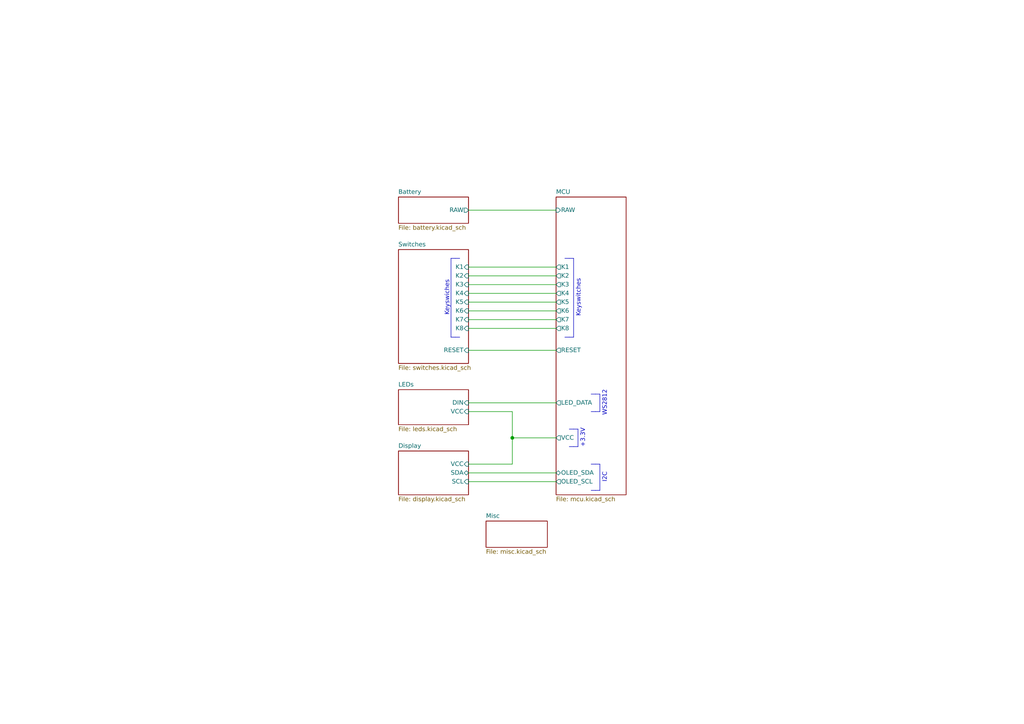
<source format=kicad_sch>
(kicad_sch
	(version 20231120)
	(generator "eeschema")
	(generator_version "8.0")
	(uuid "89376df8-7326-47b3-8c32-8cecf0dd9993")
	(paper "A4")
	(title_block
		(title "Artsey Ergo")
		(date "2024-12-04")
		(rev "v1.0.0")
		(company "TMShader")
		(comment 9 "Artsey Ergo")
	)
	(lib_symbols)
	(junction
		(at 148.59 127)
		(diameter 0)
		(color 0 0 0 0)
		(uuid "89ca65e4-0449-47e6-aaca-221951d161f3")
	)
	(polyline
		(pts
			(xy 165.1 74.93) (xy 163.83 74.93)
		)
		(stroke
			(width 0)
			(type default)
		)
		(uuid "03932bd7-bd99-4e14-8ca5-5a5c6a037976")
	)
	(wire
		(pts
			(xy 148.59 119.38) (xy 148.59 127)
		)
		(stroke
			(width 0)
			(type default)
		)
		(uuid "095a7f6d-8936-4093-b87e-3fa2639bc4d7")
	)
	(polyline
		(pts
			(xy 173.99 134.62) (xy 172.72 134.62)
		)
		(stroke
			(width 0)
			(type default)
		)
		(uuid "0f3db262-61ab-48cc-a9aa-d793696cd89c")
	)
	(polyline
		(pts
			(xy 172.72 142.24) (xy 171.45 142.24)
		)
		(stroke
			(width 0)
			(type default)
		)
		(uuid "266f7076-0dff-4104-b28a-f6c5096963bc")
	)
	(polyline
		(pts
			(xy 166.37 74.93) (xy 165.1 74.93)
		)
		(stroke
			(width 0)
			(type default)
		)
		(uuid "2c4a38d2-11ee-4d48-8755-d0a0954aa163")
	)
	(wire
		(pts
			(xy 135.89 95.25) (xy 161.29 95.25)
		)
		(stroke
			(width 0)
			(type default)
		)
		(uuid "2eaae516-dde2-424d-8b5c-565d07bb5be5")
	)
	(wire
		(pts
			(xy 135.89 92.71) (xy 161.29 92.71)
		)
		(stroke
			(width 0)
			(type default)
		)
		(uuid "2f4209b9-32de-4321-9d07-e908b66b2b51")
	)
	(polyline
		(pts
			(xy 173.99 119.38) (xy 172.72 119.38)
		)
		(stroke
			(width 0)
			(type default)
		)
		(uuid "32dc25c2-25aa-4846-82eb-6d4538b132cc")
	)
	(polyline
		(pts
			(xy 167.64 124.46) (xy 167.64 129.54)
		)
		(stroke
			(width 0)
			(type default)
		)
		(uuid "3b7198a5-3167-44e0-ae58-0460529d65e6")
	)
	(wire
		(pts
			(xy 148.59 127) (xy 161.29 127)
		)
		(stroke
			(width 0)
			(type default)
		)
		(uuid "3e212b60-b3a1-4022-9d89-4b9a22caabbf")
	)
	(polyline
		(pts
			(xy 172.72 119.38) (xy 171.45 119.38)
		)
		(stroke
			(width 0)
			(type default)
		)
		(uuid "42fb2ca6-5b24-4ffe-862a-5e46caeb16a2")
	)
	(polyline
		(pts
			(xy 173.99 114.3) (xy 172.72 114.3)
		)
		(stroke
			(width 0)
			(type default)
		)
		(uuid "446407ae-a7c6-4e10-8eef-1b2e9d467a86")
	)
	(wire
		(pts
			(xy 135.89 60.96) (xy 161.29 60.96)
		)
		(stroke
			(width 0)
			(type default)
		)
		(uuid "49bece6a-a31b-48f7-b451-f19ddaa270ee")
	)
	(polyline
		(pts
			(xy 132.08 74.93) (xy 133.35 74.93)
		)
		(stroke
			(width 0)
			(type default)
		)
		(uuid "4e814e0b-f882-4985-b4ce-17bab90afa01")
	)
	(polyline
		(pts
			(xy 132.08 97.79) (xy 133.35 97.79)
		)
		(stroke
			(width 0)
			(type default)
		)
		(uuid "5766dadb-60c6-4418-8c42-8f72396af9e5")
	)
	(polyline
		(pts
			(xy 172.72 114.3) (xy 171.45 114.3)
		)
		(stroke
			(width 0)
			(type default)
		)
		(uuid "5a115678-5fbe-4f57-a008-1bac8d7d3045")
	)
	(polyline
		(pts
			(xy 130.81 97.79) (xy 132.08 97.79)
		)
		(stroke
			(width 0)
			(type default)
		)
		(uuid "653dc39d-e714-4654-a78e-7011cf7b72ff")
	)
	(polyline
		(pts
			(xy 167.64 129.54) (xy 166.37 129.54)
		)
		(stroke
			(width 0)
			(type default)
		)
		(uuid "690dd3cc-0fc4-423d-bc6a-04f1ab4c3cdd")
	)
	(polyline
		(pts
			(xy 130.81 74.93) (xy 130.81 97.79)
		)
		(stroke
			(width 0)
			(type default)
		)
		(uuid "6f7692b6-1477-4bbc-8dd3-66e46516ac22")
	)
	(polyline
		(pts
			(xy 166.37 74.93) (xy 166.37 97.79)
		)
		(stroke
			(width 0)
			(type default)
		)
		(uuid "768bd073-89bc-42bf-b728-00492ccc10d7")
	)
	(wire
		(pts
			(xy 135.89 85.09) (xy 161.29 85.09)
		)
		(stroke
			(width 0)
			(type default)
		)
		(uuid "776027f2-081c-4c41-a7f9-2620debaa969")
	)
	(wire
		(pts
			(xy 135.89 137.16) (xy 161.29 137.16)
		)
		(stroke
			(width 0)
			(type default)
		)
		(uuid "778ccff2-978f-4180-8c9d-8e5465320d9d")
	)
	(polyline
		(pts
			(xy 173.99 142.24) (xy 172.72 142.24)
		)
		(stroke
			(width 0)
			(type default)
		)
		(uuid "80cd960c-1b82-47f3-995f-0be2c468937a")
	)
	(wire
		(pts
			(xy 135.89 134.62) (xy 148.59 134.62)
		)
		(stroke
			(width 0)
			(type default)
		)
		(uuid "8b7ee7ed-3e60-4753-badf-e0a4d14a1f1e")
	)
	(polyline
		(pts
			(xy 165.1 97.79) (xy 163.83 97.79)
		)
		(stroke
			(width 0)
			(type default)
		)
		(uuid "9678ba87-4b53-49fe-ac43-f2d7c75b6106")
	)
	(polyline
		(pts
			(xy 173.99 114.3) (xy 173.99 119.38)
		)
		(stroke
			(width 0)
			(type default)
		)
		(uuid "96d0c0a9-fb7c-4ed2-bb5d-4e3832035349")
	)
	(wire
		(pts
			(xy 135.89 101.6) (xy 161.29 101.6)
		)
		(stroke
			(width 0)
			(type default)
		)
		(uuid "9f6fabba-b100-4a11-9a9a-c71a81b6fb3b")
	)
	(polyline
		(pts
			(xy 167.64 124.46) (xy 166.37 124.46)
		)
		(stroke
			(width 0)
			(type default)
		)
		(uuid "a39be659-02d7-4cc0-8aec-3678b3ebe50c")
	)
	(polyline
		(pts
			(xy 166.37 129.54) (xy 165.1 129.54)
		)
		(stroke
			(width 0)
			(type default)
		)
		(uuid "a6802836-52a3-405b-bec5-f22c76a889d4")
	)
	(wire
		(pts
			(xy 135.89 87.63) (xy 161.29 87.63)
		)
		(stroke
			(width 0)
			(type default)
		)
		(uuid "b7c887da-f358-478f-b2aa-abf823f060f0")
	)
	(polyline
		(pts
			(xy 130.81 74.93) (xy 132.08 74.93)
		)
		(stroke
			(width 0)
			(type default)
		)
		(uuid "be5fda4e-e44d-4687-b051-9bb82e71885d")
	)
	(wire
		(pts
			(xy 135.89 82.55) (xy 161.29 82.55)
		)
		(stroke
			(width 0)
			(type default)
		)
		(uuid "bef4ebf2-b2ff-4bdf-88e8-51b352f414c3")
	)
	(wire
		(pts
			(xy 135.89 119.38) (xy 148.59 119.38)
		)
		(stroke
			(width 0)
			(type default)
		)
		(uuid "c36435cc-f6ec-401b-91b1-b10b8fa852b4")
	)
	(wire
		(pts
			(xy 135.89 80.01) (xy 161.29 80.01)
		)
		(stroke
			(width 0)
			(type default)
		)
		(uuid "c4d1561b-47fe-41f8-a859-27ed43ce0150")
	)
	(wire
		(pts
			(xy 135.89 77.47) (xy 161.29 77.47)
		)
		(stroke
			(width 0)
			(type default)
		)
		(uuid "cdf458bb-9792-40ee-ba87-64eb62106e5a")
	)
	(polyline
		(pts
			(xy 166.37 97.79) (xy 165.1 97.79)
		)
		(stroke
			(width 0)
			(type default)
		)
		(uuid "d131f21a-7b59-4764-bb21-d676401d2c2b")
	)
	(wire
		(pts
			(xy 135.89 139.7) (xy 161.29 139.7)
		)
		(stroke
			(width 0)
			(type default)
		)
		(uuid "d2bd9611-2029-4901-9286-2ad2774d79fb")
	)
	(polyline
		(pts
			(xy 172.72 134.62) (xy 171.45 134.62)
		)
		(stroke
			(width 0)
			(type default)
		)
		(uuid "d7eaa2ef-d39e-4f7e-99d5-4b42e62a9230")
	)
	(wire
		(pts
			(xy 148.59 134.62) (xy 148.59 127)
		)
		(stroke
			(width 0)
			(type default)
		)
		(uuid "daa31a69-6304-43fb-b827-039b6bbb9994")
	)
	(wire
		(pts
			(xy 135.89 90.17) (xy 161.29 90.17)
		)
		(stroke
			(width 0)
			(type default)
		)
		(uuid "dbb84c9d-3630-4740-8969-e7669c9b8e76")
	)
	(wire
		(pts
			(xy 135.89 116.84) (xy 161.29 116.84)
		)
		(stroke
			(width 0)
			(type default)
		)
		(uuid "f28d9c10-283c-443e-b5fa-83fde22aa137")
	)
	(polyline
		(pts
			(xy 166.37 124.46) (xy 165.1 124.46)
		)
		(stroke
			(width 0)
			(type default)
		)
		(uuid "fbf36a4a-eae6-4709-81a0-6a83e40abf52")
	)
	(polyline
		(pts
			(xy 173.99 134.62) (xy 173.99 142.24)
		)
		(stroke
			(width 0)
			(type default)
		)
		(uuid "fc95f0b6-d37c-4b5a-aa13-f99e661dd232")
	)
	(text "I2C"
		(exclude_from_sim no)
		(at 176.53 138.43 90)
		(effects
			(font
				(face "Lexend")
				(size 1.27 1.27)
			)
			(justify bottom)
		)
		(uuid "153c0ea6-dcca-461c-98dd-34db40eb1575")
	)
	(text "Keyswiches"
		(exclude_from_sim no)
		(at 130.81 86.36 90)
		(effects
			(font
				(face "Lexend")
				(size 1.27 1.27)
			)
			(justify bottom)
		)
		(uuid "16465c94-d46d-4b4d-b411-a5e365d32be5")
	)
	(text "+3.3V"
		(exclude_from_sim no)
		(at 170.18 127 90)
		(effects
			(font
				(face "Lexend")
				(size 1.27 1.27)
			)
			(justify bottom)
		)
		(uuid "4b1a3194-8120-4032-93c2-74058673d7d0")
	)
	(text "${SHEETNAME}\n"
		(exclude_from_sim no)
		(at 19.05 25.4 0)
		(effects
			(font
				(face "Lexend")
				(size 8 8)
				(thickness 1.6256)
				(bold yes)
			)
			(justify left top)
		)
		(uuid "8e787b5e-c83a-46b7-80d9-6f889b26c7f5")
	)
	(text "Keyswitches"
		(exclude_from_sim no)
		(at 168.91 86.36 90)
		(effects
			(font
				(face "Lexend")
				(size 1.27 1.27)
			)
			(justify bottom)
		)
		(uuid "b99c80c6-fc43-4261-a5ed-f50cec0c91ce")
	)
	(text "WS2812"
		(exclude_from_sim no)
		(at 176.53 116.84 90)
		(effects
			(font
				(face "Lexend")
				(size 1.27 1.27)
			)
			(justify bottom)
		)
		(uuid "d56c6257-b45c-4511-ba32-db527ba685ce")
	)
	(sheet
		(at 115.57 57.15)
		(size 20.32 7.62)
		(fields_autoplaced yes)
		(stroke
			(width 0.1524)
			(type solid)
		)
		(fill
			(color 0 0 0 0.0000)
		)
		(uuid "1d3fe100-7dfe-4337-8483-091e1ba524f3")
		(property "Sheetname" "Battery"
			(at 115.57 56.4384 0)
			(effects
				(font
					(face "Lexend")
					(size 1.27 1.27)
				)
				(justify left bottom)
			)
		)
		(property "Sheetfile" "battery.kicad_sch"
			(at 115.57 65.3546 0)
			(effects
				(font
					(face "Lexend")
					(size 1.27 1.27)
				)
				(justify left top)
			)
		)
		(pin "RAW" output
			(at 135.89 60.96 0)
			(effects
				(font
					(face "Lexend")
					(size 1.27 1.27)
				)
				(justify right)
			)
			(uuid "ecf15ee7-3175-470d-9f70-9e193b70e43c")
		)
		(instances
			(project "artsey_ergo"
				(path "/b0cc1372-dd77-4c7b-80f4-446de8540008/24081743-b7db-4273-9c5a-be72845f7f51"
					(page "3")
				)
			)
		)
	)
	(sheet
		(at 140.97 151.13)
		(size 17.78 7.62)
		(fields_autoplaced yes)
		(stroke
			(width 0.1524)
			(type solid)
		)
		(fill
			(color 0 0 0 0.0000)
		)
		(uuid "71a11289-8d29-4ddc-b2f7-16a8f56cf1f2")
		(property "Sheetname" "Misc"
			(at 140.97 150.4184 0)
			(effects
				(font
					(face "Lexend")
					(size 1.27 1.27)
				)
				(justify left bottom)
			)
		)
		(property "Sheetfile" "misc.kicad_sch"
			(at 140.97 159.3346 0)
			(effects
				(font
					(face "Lexend")
					(size 1.27 1.27)
				)
				(justify left top)
			)
		)
		(instances
			(project "artsey_ergo"
				(path "/b0cc1372-dd77-4c7b-80f4-446de8540008/24081743-b7db-4273-9c5a-be72845f7f51"
					(page "8")
				)
			)
		)
	)
	(sheet
		(at 115.57 113.03)
		(size 20.32 10.16)
		(fields_autoplaced yes)
		(stroke
			(width 0.1524)
			(type solid)
		)
		(fill
			(color 0 0 0 0.0000)
		)
		(uuid "925a3d53-3eb0-4060-9a91-943b67195805")
		(property "Sheetname" "LEDs"
			(at 115.57 112.3184 0)
			(effects
				(font
					(face "Lexend")
					(size 1.27 1.27)
				)
				(justify left bottom)
			)
		)
		(property "Sheetfile" "leds.kicad_sch"
			(at 115.57 123.7746 0)
			(effects
				(font
					(face "Lexend")
					(size 1.27 1.27)
				)
				(justify left top)
			)
		)
		(pin "DIN" input
			(at 135.89 116.84 0)
			(effects
				(font
					(face "Lexend")
					(size 1.27 1.27)
				)
				(justify right)
			)
			(uuid "9f93304b-bc4d-443c-8f68-6905d01bfc11")
		)
		(pin "VCC" input
			(at 135.89 119.38 0)
			(effects
				(font
					(face "Lexend")
					(size 1.27 1.27)
				)
				(justify right)
			)
			(uuid "a0028a93-9afd-4828-9a32-571f5689925e")
		)
		(instances
			(project "artsey_ergo"
				(path "/b0cc1372-dd77-4c7b-80f4-446de8540008/24081743-b7db-4273-9c5a-be72845f7f51"
					(page "5")
				)
			)
		)
	)
	(sheet
		(at 115.57 130.81)
		(size 20.32 12.7)
		(fields_autoplaced yes)
		(stroke
			(width 0.1524)
			(type solid)
		)
		(fill
			(color 0 0 0 0.0000)
		)
		(uuid "99e6e873-2591-4ee0-b907-9b8dc0ee8494")
		(property "Sheetname" "Display"
			(at 115.57 130.0984 0)
			(effects
				(font
					(face "Lexend")
					(size 1.27 1.27)
				)
				(justify left bottom)
			)
		)
		(property "Sheetfile" "display.kicad_sch"
			(at 115.57 144.0946 0)
			(effects
				(font
					(face "Lexend")
					(size 1.27 1.27)
				)
				(justify left top)
			)
		)
		(pin "VCC" input
			(at 135.89 134.62 0)
			(effects
				(font
					(face "Lexend")
					(size 1.27 1.27)
				)
				(justify right)
			)
			(uuid "e55e723e-99a4-406f-92b0-5759dde08816")
		)
		(pin "SDA" bidirectional
			(at 135.89 137.16 0)
			(effects
				(font
					(face "Lexend")
					(size 1.27 1.27)
				)
				(justify right)
			)
			(uuid "62f6b66a-73e5-490f-8567-1b909146b68a")
		)
		(pin "SCL" input
			(at 135.89 139.7 0)
			(effects
				(font
					(face "Lexend")
					(size 1.27 1.27)
				)
				(justify right)
			)
			(uuid "2030712d-5611-4e58-b6e3-d24afc510fa9")
		)
		(instances
			(project "artsey_ergo"
				(path "/b0cc1372-dd77-4c7b-80f4-446de8540008/24081743-b7db-4273-9c5a-be72845f7f51"
					(page "6")
				)
			)
		)
	)
	(sheet
		(at 161.29 57.15)
		(size 20.32 86.36)
		(fields_autoplaced yes)
		(stroke
			(width 0.1524)
			(type solid)
		)
		(fill
			(color 0 0 0 0.0000)
		)
		(uuid "e3ea4abc-fddf-491c-af63-d0d1ff1c6129")
		(property "Sheetname" "MCU"
			(at 161.29 56.4384 0)
			(effects
				(font
					(face "Lexend")
					(size 1.27 1.27)
				)
				(justify left bottom)
			)
		)
		(property "Sheetfile" "mcu.kicad_sch"
			(at 161.29 144.0946 0)
			(effects
				(font
					(face "Lexend")
					(size 1.27 1.27)
				)
				(justify left top)
			)
		)
		(pin "OLED_SDA" bidirectional
			(at 161.29 137.16 180)
			(effects
				(font
					(face "Lexend")
					(size 1.27 1.27)
				)
				(justify left)
			)
			(uuid "752aed64-3b49-469d-9040-05f72e52aafd")
		)
		(pin "OLED_SCL" output
			(at 161.29 139.7 180)
			(effects
				(font
					(face "Lexend")
					(size 1.27 1.27)
				)
				(justify left)
			)
			(uuid "d7112f0a-21bf-4fe2-91fa-5c87eb056b1f")
		)
		(pin "RAW" input
			(at 161.29 60.96 180)
			(effects
				(font
					(face "Lexend")
					(size 1.27 1.27)
				)
				(justify left)
			)
			(uuid "7163edfd-7873-4ede-9d7f-fc3a967e0c28")
		)
		(pin "VCC" output
			(at 161.29 127 180)
			(effects
				(font
					(face "Lexend")
					(size 1.27 1.27)
				)
				(justify left)
			)
			(uuid "07f90d96-ad5c-48de-a4d5-ae126b51a67a")
		)
		(pin "RESET" output
			(at 161.29 101.6 180)
			(effects
				(font
					(face "Lexend")
					(size 1.27 1.27)
				)
				(justify left)
			)
			(uuid "15c08b7d-be07-4460-8c25-e55c192938a9")
		)
		(pin "K3" output
			(at 161.29 82.55 180)
			(effects
				(font
					(face "Lexend")
					(size 1.27 1.27)
				)
				(justify left)
			)
			(uuid "ac9d6878-0bad-4e33-a3fa-41eab4563478")
		)
		(pin "K4" output
			(at 161.29 85.09 180)
			(effects
				(font
					(face "Lexend")
					(size 1.27 1.27)
				)
				(justify left)
			)
			(uuid "db9245f6-b0a0-4156-8ade-c8558c664622")
		)
		(pin "K5" output
			(at 161.29 87.63 180)
			(effects
				(font
					(face "Lexend")
					(size 1.27 1.27)
				)
				(justify left)
			)
			(uuid "976a56db-45a5-406d-95b8-3fc6045ab039")
		)
		(pin "K2" output
			(at 161.29 80.01 180)
			(effects
				(font
					(face "Lexend")
					(size 1.27 1.27)
				)
				(justify left)
			)
			(uuid "dd496962-c1ed-4563-b29f-35bbd8bd458c")
		)
		(pin "K1" output
			(at 161.29 77.47 180)
			(effects
				(font
					(face "Lexend")
					(size 1.27 1.27)
				)
				(justify left)
			)
			(uuid "8c8878fe-3908-4e21-b777-35ba5fcc10fd")
		)
		(pin "K7" output
			(at 161.29 92.71 180)
			(effects
				(font
					(face "Lexend")
					(size 1.27 1.27)
				)
				(justify left)
			)
			(uuid "bca0350f-5def-411f-af5f-0326386e088a")
		)
		(pin "K6" output
			(at 161.29 90.17 180)
			(effects
				(font
					(face "Lexend")
					(size 1.27 1.27)
				)
				(justify left)
			)
			(uuid "0e4a5024-38cd-4c94-8af5-b57cf9102597")
		)
		(pin "K8" output
			(at 161.29 95.25 180)
			(effects
				(font
					(face "Lexend")
					(size 1.27 1.27)
				)
				(justify left)
			)
			(uuid "c1853566-bf5d-4b1a-8226-b56c87c2546b")
		)
		(pin "LED_DATA" output
			(at 161.29 116.84 180)
			(effects
				(font
					(face "Lexend")
					(size 1.27 1.27)
				)
				(justify left)
			)
			(uuid "ab963e8d-d2f1-41d9-97a4-b55ff4b2aa5f")
		)
		(instances
			(project "artsey_ergo"
				(path "/b0cc1372-dd77-4c7b-80f4-446de8540008/24081743-b7db-4273-9c5a-be72845f7f51"
					(page "7")
				)
			)
		)
	)
	(sheet
		(at 115.57 72.39)
		(size 20.32 33.02)
		(fields_autoplaced yes)
		(stroke
			(width 0.1524)
			(type solid)
		)
		(fill
			(color 0 0 0 0.0000)
		)
		(uuid "ee543acd-84c4-48b0-9de4-fe263104bc88")
		(property "Sheetname" "Switches"
			(at 115.57 71.6784 0)
			(effects
				(font
					(face "Lexend")
					(size 1.27 1.27)
				)
				(justify left bottom)
			)
		)
		(property "Sheetfile" "switches.kicad_sch"
			(at 115.57 105.9946 0)
			(effects
				(font
					(face "Lexend")
					(size 1.27 1.27)
				)
				(justify left top)
			)
		)
		(pin "K6" input
			(at 135.89 90.17 0)
			(effects
				(font
					(face "Lexend")
					(size 1.27 1.27)
				)
				(justify right)
			)
			(uuid "afec2494-48be-43b4-86fa-b93ded40c5ab")
		)
		(pin "K5" input
			(at 135.89 87.63 0)
			(effects
				(font
					(face "Lexend")
					(size 1.27 1.27)
				)
				(justify right)
			)
			(uuid "0a1841ae-1853-420a-9fcd-1c2c98930ab4")
		)
		(pin "K7" input
			(at 135.89 92.71 0)
			(effects
				(font
					(face "Lexend")
					(size 1.27 1.27)
				)
				(justify right)
			)
			(uuid "dd00266a-cf8a-47a7-a732-530ab35f40fe")
		)
		(pin "K3" input
			(at 135.89 82.55 0)
			(effects
				(font
					(face "Lexend")
					(size 1.27 1.27)
				)
				(justify right)
			)
			(uuid "00a9ce8d-9601-454a-aac4-17664af0ac36")
		)
		(pin "K8" input
			(at 135.89 95.25 0)
			(effects
				(font
					(face "Lexend")
					(size 1.27 1.27)
				)
				(justify right)
			)
			(uuid "12bdfe7e-8a32-4d50-82af-4826726f8354")
		)
		(pin "K4" input
			(at 135.89 85.09 0)
			(effects
				(font
					(face "Lexend")
					(size 1.27 1.27)
				)
				(justify right)
			)
			(uuid "191c6f37-641e-4f22-9944-58ab6007d0b5")
		)
		(pin "K2" input
			(at 135.89 80.01 0)
			(effects
				(font
					(face "Lexend")
					(size 1.27 1.27)
				)
				(justify right)
			)
			(uuid "496df6c4-1278-4e70-9817-f26142b1f003")
		)
		(pin "K1" input
			(at 135.89 77.47 0)
			(effects
				(font
					(face "Lexend")
					(size 1.27 1.27)
				)
				(justify right)
			)
			(uuid "5e489519-11be-4b2d-bb5b-4c175b2132f5")
		)
		(pin "RESET" input
			(at 135.89 101.6 0)
			(effects
				(font
					(face "Lexend")
					(size 1.27 1.27)
				)
				(justify right)
			)
			(uuid "4c043e7f-e69a-45d0-99d5-f5203ff1270c")
		)
		(instances
			(project "artsey_ergo"
				(path "/b0cc1372-dd77-4c7b-80f4-446de8540008/24081743-b7db-4273-9c5a-be72845f7f51"
					(page "4")
				)
			)
		)
	)
)

</source>
